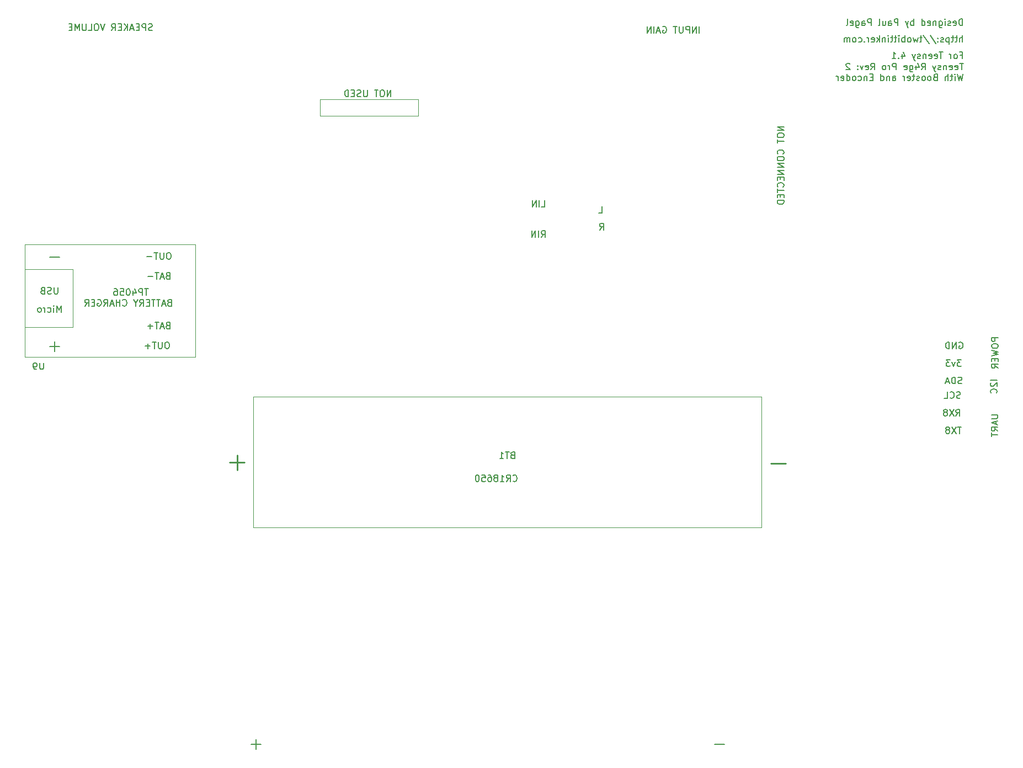
<source format=gbr>
G04 #@! TF.GenerationSoftware,KiCad,Pcbnew,5.1.9-73d0e3b20d~88~ubuntu20.04.1*
G04 #@! TF.CreationDate,2021-05-16T08:32:41-04:00*
G04 #@! TF.ProjectId,TeensyR4gePro-v2,5465656e-7379-4523-9467-6550726f2d76,1*
G04 #@! TF.SameCoordinates,Original*
G04 #@! TF.FileFunction,Legend,Bot*
G04 #@! TF.FilePolarity,Positive*
%FSLAX46Y46*%
G04 Gerber Fmt 4.6, Leading zero omitted, Abs format (unit mm)*
G04 Created by KiCad (PCBNEW 5.1.9-73d0e3b20d~88~ubuntu20.04.1) date 2021-05-16 08:32:41*
%MOMM*%
%LPD*%
G01*
G04 APERTURE LIST*
%ADD10C,0.150000*%
%ADD11C,0.120000*%
%ADD12C,0.250000*%
G04 APERTURE END LIST*
D10*
X83779928Y-69937880D02*
X83208500Y-69937880D01*
X83494214Y-70937880D02*
X83494214Y-69937880D01*
X82875166Y-70937880D02*
X82875166Y-69937880D01*
X82494214Y-69937880D01*
X82398976Y-69985500D01*
X82351357Y-70033119D01*
X82303738Y-70128357D01*
X82303738Y-70271214D01*
X82351357Y-70366452D01*
X82398976Y-70414071D01*
X82494214Y-70461690D01*
X82875166Y-70461690D01*
X81446595Y-70271214D02*
X81446595Y-70937880D01*
X81684690Y-69890261D02*
X81922785Y-70604547D01*
X81303738Y-70604547D01*
X80732309Y-69937880D02*
X80637071Y-69937880D01*
X80541833Y-69985500D01*
X80494214Y-70033119D01*
X80446595Y-70128357D01*
X80398976Y-70318833D01*
X80398976Y-70556928D01*
X80446595Y-70747404D01*
X80494214Y-70842642D01*
X80541833Y-70890261D01*
X80637071Y-70937880D01*
X80732309Y-70937880D01*
X80827547Y-70890261D01*
X80875166Y-70842642D01*
X80922785Y-70747404D01*
X80970404Y-70556928D01*
X80970404Y-70318833D01*
X80922785Y-70128357D01*
X80875166Y-70033119D01*
X80827547Y-69985500D01*
X80732309Y-69937880D01*
X79494214Y-69937880D02*
X79970404Y-69937880D01*
X80018023Y-70414071D01*
X79970404Y-70366452D01*
X79875166Y-70318833D01*
X79637071Y-70318833D01*
X79541833Y-70366452D01*
X79494214Y-70414071D01*
X79446595Y-70509309D01*
X79446595Y-70747404D01*
X79494214Y-70842642D01*
X79541833Y-70890261D01*
X79637071Y-70937880D01*
X79875166Y-70937880D01*
X79970404Y-70890261D01*
X80018023Y-70842642D01*
X78589452Y-69937880D02*
X78779928Y-69937880D01*
X78875166Y-69985500D01*
X78922785Y-70033119D01*
X79018023Y-70175976D01*
X79065642Y-70366452D01*
X79065642Y-70747404D01*
X79018023Y-70842642D01*
X78970404Y-70890261D01*
X78875166Y-70937880D01*
X78684690Y-70937880D01*
X78589452Y-70890261D01*
X78541833Y-70842642D01*
X78494214Y-70747404D01*
X78494214Y-70509309D01*
X78541833Y-70414071D01*
X78589452Y-70366452D01*
X78684690Y-70318833D01*
X78875166Y-70318833D01*
X78970404Y-70366452D01*
X79018023Y-70414071D01*
X79065642Y-70509309D01*
X86994214Y-72064071D02*
X86851357Y-72111690D01*
X86803738Y-72159309D01*
X86756119Y-72254547D01*
X86756119Y-72397404D01*
X86803738Y-72492642D01*
X86851357Y-72540261D01*
X86946595Y-72587880D01*
X87327547Y-72587880D01*
X87327547Y-71587880D01*
X86994214Y-71587880D01*
X86898976Y-71635500D01*
X86851357Y-71683119D01*
X86803738Y-71778357D01*
X86803738Y-71873595D01*
X86851357Y-71968833D01*
X86898976Y-72016452D01*
X86994214Y-72064071D01*
X87327547Y-72064071D01*
X86375166Y-72302166D02*
X85898976Y-72302166D01*
X86470404Y-72587880D02*
X86137071Y-71587880D01*
X85803738Y-72587880D01*
X85613261Y-71587880D02*
X85041833Y-71587880D01*
X85327547Y-72587880D02*
X85327547Y-71587880D01*
X84851357Y-71587880D02*
X84279928Y-71587880D01*
X84565642Y-72587880D02*
X84565642Y-71587880D01*
X83946595Y-72064071D02*
X83613261Y-72064071D01*
X83470404Y-72587880D02*
X83946595Y-72587880D01*
X83946595Y-71587880D01*
X83470404Y-71587880D01*
X82470404Y-72587880D02*
X82803738Y-72111690D01*
X83041833Y-72587880D02*
X83041833Y-71587880D01*
X82660880Y-71587880D01*
X82565642Y-71635500D01*
X82518023Y-71683119D01*
X82470404Y-71778357D01*
X82470404Y-71921214D01*
X82518023Y-72016452D01*
X82565642Y-72064071D01*
X82660880Y-72111690D01*
X83041833Y-72111690D01*
X81851357Y-72111690D02*
X81851357Y-72587880D01*
X82184690Y-71587880D02*
X81851357Y-72111690D01*
X81518023Y-71587880D01*
X79851357Y-72492642D02*
X79898976Y-72540261D01*
X80041833Y-72587880D01*
X80137071Y-72587880D01*
X80279928Y-72540261D01*
X80375166Y-72445023D01*
X80422785Y-72349785D01*
X80470404Y-72159309D01*
X80470404Y-72016452D01*
X80422785Y-71825976D01*
X80375166Y-71730738D01*
X80279928Y-71635500D01*
X80137071Y-71587880D01*
X80041833Y-71587880D01*
X79898976Y-71635500D01*
X79851357Y-71683119D01*
X79422785Y-72587880D02*
X79422785Y-71587880D01*
X79422785Y-72064071D02*
X78851357Y-72064071D01*
X78851357Y-72587880D02*
X78851357Y-71587880D01*
X78422785Y-72302166D02*
X77946595Y-72302166D01*
X78518023Y-72587880D02*
X78184690Y-71587880D01*
X77851357Y-72587880D01*
X76946595Y-72587880D02*
X77279928Y-72111690D01*
X77518023Y-72587880D02*
X77518023Y-71587880D01*
X77137071Y-71587880D01*
X77041833Y-71635500D01*
X76994214Y-71683119D01*
X76946595Y-71778357D01*
X76946595Y-71921214D01*
X76994214Y-72016452D01*
X77041833Y-72064071D01*
X77137071Y-72111690D01*
X77518023Y-72111690D01*
X75994214Y-71635500D02*
X76089452Y-71587880D01*
X76232309Y-71587880D01*
X76375166Y-71635500D01*
X76470404Y-71730738D01*
X76518023Y-71825976D01*
X76565642Y-72016452D01*
X76565642Y-72159309D01*
X76518023Y-72349785D01*
X76470404Y-72445023D01*
X76375166Y-72540261D01*
X76232309Y-72587880D01*
X76137071Y-72587880D01*
X75994214Y-72540261D01*
X75946595Y-72492642D01*
X75946595Y-72159309D01*
X76137071Y-72159309D01*
X75518023Y-72064071D02*
X75184690Y-72064071D01*
X75041833Y-72587880D02*
X75518023Y-72587880D01*
X75518023Y-71587880D01*
X75041833Y-71587880D01*
X74041833Y-72587880D02*
X74375166Y-72111690D01*
X74613261Y-72587880D02*
X74613261Y-71587880D01*
X74232309Y-71587880D01*
X74137071Y-71635500D01*
X74089452Y-71683119D01*
X74041833Y-71778357D01*
X74041833Y-71921214D01*
X74089452Y-72016452D01*
X74137071Y-72064071D01*
X74232309Y-72111690D01*
X74613261Y-72111690D01*
X181300380Y-45061928D02*
X180300380Y-45061928D01*
X181300380Y-45633357D01*
X180300380Y-45633357D01*
X180300380Y-46300023D02*
X180300380Y-46490500D01*
X180348000Y-46585738D01*
X180443238Y-46680976D01*
X180633714Y-46728595D01*
X180967047Y-46728595D01*
X181157523Y-46680976D01*
X181252761Y-46585738D01*
X181300380Y-46490500D01*
X181300380Y-46300023D01*
X181252761Y-46204785D01*
X181157523Y-46109547D01*
X180967047Y-46061928D01*
X180633714Y-46061928D01*
X180443238Y-46109547D01*
X180348000Y-46204785D01*
X180300380Y-46300023D01*
X180300380Y-47014309D02*
X180300380Y-47585738D01*
X181300380Y-47300023D02*
X180300380Y-47300023D01*
X181205142Y-49252404D02*
X181252761Y-49204785D01*
X181300380Y-49061928D01*
X181300380Y-48966690D01*
X181252761Y-48823833D01*
X181157523Y-48728595D01*
X181062285Y-48680976D01*
X180871809Y-48633357D01*
X180728952Y-48633357D01*
X180538476Y-48680976D01*
X180443238Y-48728595D01*
X180348000Y-48823833D01*
X180300380Y-48966690D01*
X180300380Y-49061928D01*
X180348000Y-49204785D01*
X180395619Y-49252404D01*
X180300380Y-49871452D02*
X180300380Y-50061928D01*
X180348000Y-50157166D01*
X180443238Y-50252404D01*
X180633714Y-50300023D01*
X180967047Y-50300023D01*
X181157523Y-50252404D01*
X181252761Y-50157166D01*
X181300380Y-50061928D01*
X181300380Y-49871452D01*
X181252761Y-49776214D01*
X181157523Y-49680976D01*
X180967047Y-49633357D01*
X180633714Y-49633357D01*
X180443238Y-49680976D01*
X180348000Y-49776214D01*
X180300380Y-49871452D01*
X181300380Y-50728595D02*
X180300380Y-50728595D01*
X181300380Y-51300023D01*
X180300380Y-51300023D01*
X181300380Y-51776214D02*
X180300380Y-51776214D01*
X181300380Y-52347642D01*
X180300380Y-52347642D01*
X180776571Y-52823833D02*
X180776571Y-53157166D01*
X181300380Y-53300023D02*
X181300380Y-52823833D01*
X180300380Y-52823833D01*
X180300380Y-53300023D01*
X181205142Y-54300023D02*
X181252761Y-54252404D01*
X181300380Y-54109547D01*
X181300380Y-54014309D01*
X181252761Y-53871452D01*
X181157523Y-53776214D01*
X181062285Y-53728595D01*
X180871809Y-53680976D01*
X180728952Y-53680976D01*
X180538476Y-53728595D01*
X180443238Y-53776214D01*
X180348000Y-53871452D01*
X180300380Y-54014309D01*
X180300380Y-54109547D01*
X180348000Y-54252404D01*
X180395619Y-54300023D01*
X180300380Y-54585738D02*
X180300380Y-55157166D01*
X181300380Y-54871452D02*
X180300380Y-54871452D01*
X180776571Y-55490500D02*
X180776571Y-55823833D01*
X181300380Y-55966690D02*
X181300380Y-55490500D01*
X180300380Y-55490500D01*
X180300380Y-55966690D01*
X181300380Y-56395261D02*
X180300380Y-56395261D01*
X180300380Y-56633357D01*
X180348000Y-56776214D01*
X180443238Y-56871452D01*
X180538476Y-56919071D01*
X180728952Y-56966690D01*
X180871809Y-56966690D01*
X181062285Y-56919071D01*
X181157523Y-56871452D01*
X181252761Y-56776214D01*
X181300380Y-56633357D01*
X181300380Y-56395261D01*
X153042976Y-60904380D02*
X153376309Y-60428190D01*
X153614404Y-60904380D02*
X153614404Y-59904380D01*
X153233452Y-59904380D01*
X153138214Y-59952000D01*
X153090595Y-59999619D01*
X153042976Y-60094857D01*
X153042976Y-60237714D01*
X153090595Y-60332952D01*
X153138214Y-60380571D01*
X153233452Y-60428190D01*
X153614404Y-60428190D01*
X152915976Y-58300880D02*
X153392166Y-58300880D01*
X153392166Y-57300880D01*
X144089380Y-62047380D02*
X144422714Y-61571190D01*
X144660809Y-62047380D02*
X144660809Y-61047380D01*
X144279857Y-61047380D01*
X144184619Y-61095000D01*
X144137000Y-61142619D01*
X144089380Y-61237857D01*
X144089380Y-61380714D01*
X144137000Y-61475952D01*
X144184619Y-61523571D01*
X144279857Y-61571190D01*
X144660809Y-61571190D01*
X143660809Y-62047380D02*
X143660809Y-61047380D01*
X143184619Y-62047380D02*
X143184619Y-61047380D01*
X142613190Y-62047380D01*
X142613190Y-61047380D01*
X144089380Y-57348380D02*
X144565571Y-57348380D01*
X144565571Y-56348380D01*
X143756047Y-57348380D02*
X143756047Y-56348380D01*
X143279857Y-57348380D02*
X143279857Y-56348380D01*
X142708428Y-57348380D01*
X142708428Y-56348380D01*
X120998809Y-40457380D02*
X120998809Y-39457380D01*
X120427380Y-40457380D01*
X120427380Y-39457380D01*
X119760714Y-39457380D02*
X119570238Y-39457380D01*
X119475000Y-39505000D01*
X119379761Y-39600238D01*
X119332142Y-39790714D01*
X119332142Y-40124047D01*
X119379761Y-40314523D01*
X119475000Y-40409761D01*
X119570238Y-40457380D01*
X119760714Y-40457380D01*
X119855952Y-40409761D01*
X119951190Y-40314523D01*
X119998809Y-40124047D01*
X119998809Y-39790714D01*
X119951190Y-39600238D01*
X119855952Y-39505000D01*
X119760714Y-39457380D01*
X119046428Y-39457380D02*
X118475000Y-39457380D01*
X118760714Y-40457380D02*
X118760714Y-39457380D01*
X117379761Y-39457380D02*
X117379761Y-40266904D01*
X117332142Y-40362142D01*
X117284523Y-40409761D01*
X117189285Y-40457380D01*
X116998809Y-40457380D01*
X116903571Y-40409761D01*
X116855952Y-40362142D01*
X116808333Y-40266904D01*
X116808333Y-39457380D01*
X116379761Y-40409761D02*
X116236904Y-40457380D01*
X115998809Y-40457380D01*
X115903571Y-40409761D01*
X115855952Y-40362142D01*
X115808333Y-40266904D01*
X115808333Y-40171666D01*
X115855952Y-40076428D01*
X115903571Y-40028809D01*
X115998809Y-39981190D01*
X116189285Y-39933571D01*
X116284523Y-39885952D01*
X116332142Y-39838333D01*
X116379761Y-39743095D01*
X116379761Y-39647857D01*
X116332142Y-39552619D01*
X116284523Y-39505000D01*
X116189285Y-39457380D01*
X115951190Y-39457380D01*
X115808333Y-39505000D01*
X115379761Y-39933571D02*
X115046428Y-39933571D01*
X114903571Y-40457380D02*
X115379761Y-40457380D01*
X115379761Y-39457380D01*
X114903571Y-39457380D01*
X114475000Y-40457380D02*
X114475000Y-39457380D01*
X114236904Y-39457380D01*
X114094047Y-39505000D01*
X113998809Y-39600238D01*
X113951190Y-39695476D01*
X113903571Y-39885952D01*
X113903571Y-40028809D01*
X113951190Y-40219285D01*
X113998809Y-40314523D01*
X114094047Y-40409761D01*
X114236904Y-40457380D01*
X114475000Y-40457380D01*
D11*
X110109000Y-43434000D02*
X110109000Y-40894000D01*
X125222000Y-43434000D02*
X110109000Y-43434000D01*
X125222000Y-40894000D02*
X125222000Y-43434000D01*
X110109000Y-40894000D02*
X125222000Y-40894000D01*
D10*
X168338000Y-30678380D02*
X168338000Y-29678380D01*
X167861809Y-30678380D02*
X167861809Y-29678380D01*
X167290380Y-30678380D01*
X167290380Y-29678380D01*
X166814190Y-30678380D02*
X166814190Y-29678380D01*
X166433238Y-29678380D01*
X166338000Y-29726000D01*
X166290380Y-29773619D01*
X166242761Y-29868857D01*
X166242761Y-30011714D01*
X166290380Y-30106952D01*
X166338000Y-30154571D01*
X166433238Y-30202190D01*
X166814190Y-30202190D01*
X165814190Y-29678380D02*
X165814190Y-30487904D01*
X165766571Y-30583142D01*
X165718952Y-30630761D01*
X165623714Y-30678380D01*
X165433238Y-30678380D01*
X165338000Y-30630761D01*
X165290380Y-30583142D01*
X165242761Y-30487904D01*
X165242761Y-29678380D01*
X164909428Y-29678380D02*
X164338000Y-29678380D01*
X164623714Y-30678380D02*
X164623714Y-29678380D01*
X162718952Y-29726000D02*
X162814190Y-29678380D01*
X162957047Y-29678380D01*
X163099904Y-29726000D01*
X163195142Y-29821238D01*
X163242761Y-29916476D01*
X163290380Y-30106952D01*
X163290380Y-30249809D01*
X163242761Y-30440285D01*
X163195142Y-30535523D01*
X163099904Y-30630761D01*
X162957047Y-30678380D01*
X162861809Y-30678380D01*
X162718952Y-30630761D01*
X162671333Y-30583142D01*
X162671333Y-30249809D01*
X162861809Y-30249809D01*
X162290380Y-30392666D02*
X161814190Y-30392666D01*
X162385619Y-30678380D02*
X162052285Y-29678380D01*
X161718952Y-30678380D01*
X161385619Y-30678380D02*
X161385619Y-29678380D01*
X160909428Y-30678380D02*
X160909428Y-29678380D01*
X160338000Y-30678380D01*
X160338000Y-29678380D01*
X84382761Y-30249761D02*
X84239904Y-30297380D01*
X84001809Y-30297380D01*
X83906571Y-30249761D01*
X83858952Y-30202142D01*
X83811333Y-30106904D01*
X83811333Y-30011666D01*
X83858952Y-29916428D01*
X83906571Y-29868809D01*
X84001809Y-29821190D01*
X84192285Y-29773571D01*
X84287523Y-29725952D01*
X84335142Y-29678333D01*
X84382761Y-29583095D01*
X84382761Y-29487857D01*
X84335142Y-29392619D01*
X84287523Y-29345000D01*
X84192285Y-29297380D01*
X83954190Y-29297380D01*
X83811333Y-29345000D01*
X83382761Y-30297380D02*
X83382761Y-29297380D01*
X83001809Y-29297380D01*
X82906571Y-29345000D01*
X82858952Y-29392619D01*
X82811333Y-29487857D01*
X82811333Y-29630714D01*
X82858952Y-29725952D01*
X82906571Y-29773571D01*
X83001809Y-29821190D01*
X83382761Y-29821190D01*
X82382761Y-29773571D02*
X82049428Y-29773571D01*
X81906571Y-30297380D02*
X82382761Y-30297380D01*
X82382761Y-29297380D01*
X81906571Y-29297380D01*
X81525619Y-30011666D02*
X81049428Y-30011666D01*
X81620857Y-30297380D02*
X81287523Y-29297380D01*
X80954190Y-30297380D01*
X80620857Y-30297380D02*
X80620857Y-29297380D01*
X80049428Y-30297380D02*
X80478000Y-29725952D01*
X80049428Y-29297380D02*
X80620857Y-29868809D01*
X79620857Y-29773571D02*
X79287523Y-29773571D01*
X79144666Y-30297380D02*
X79620857Y-30297380D01*
X79620857Y-29297380D01*
X79144666Y-29297380D01*
X78144666Y-30297380D02*
X78478000Y-29821190D01*
X78716095Y-30297380D02*
X78716095Y-29297380D01*
X78335142Y-29297380D01*
X78239904Y-29345000D01*
X78192285Y-29392619D01*
X78144666Y-29487857D01*
X78144666Y-29630714D01*
X78192285Y-29725952D01*
X78239904Y-29773571D01*
X78335142Y-29821190D01*
X78716095Y-29821190D01*
X77097047Y-29297380D02*
X76763714Y-30297380D01*
X76430380Y-29297380D01*
X75906571Y-29297380D02*
X75716095Y-29297380D01*
X75620857Y-29345000D01*
X75525619Y-29440238D01*
X75478000Y-29630714D01*
X75478000Y-29964047D01*
X75525619Y-30154523D01*
X75620857Y-30249761D01*
X75716095Y-30297380D01*
X75906571Y-30297380D01*
X76001809Y-30249761D01*
X76097047Y-30154523D01*
X76144666Y-29964047D01*
X76144666Y-29630714D01*
X76097047Y-29440238D01*
X76001809Y-29345000D01*
X75906571Y-29297380D01*
X74573238Y-30297380D02*
X75049428Y-30297380D01*
X75049428Y-29297380D01*
X74239904Y-29297380D02*
X74239904Y-30106904D01*
X74192285Y-30202142D01*
X74144666Y-30249761D01*
X74049428Y-30297380D01*
X73858952Y-30297380D01*
X73763714Y-30249761D01*
X73716095Y-30202142D01*
X73668476Y-30106904D01*
X73668476Y-29297380D01*
X73192285Y-30297380D02*
X73192285Y-29297380D01*
X72858952Y-30011666D01*
X72525619Y-29297380D01*
X72525619Y-30297380D01*
X72049428Y-29773571D02*
X71716095Y-29773571D01*
X71573238Y-30297380D02*
X72049428Y-30297380D01*
X72049428Y-29297380D01*
X71573238Y-29297380D01*
X214167980Y-77446476D02*
X213167980Y-77446476D01*
X213167980Y-77827428D01*
X213215600Y-77922666D01*
X213263219Y-77970285D01*
X213358457Y-78017904D01*
X213501314Y-78017904D01*
X213596552Y-77970285D01*
X213644171Y-77922666D01*
X213691790Y-77827428D01*
X213691790Y-77446476D01*
X213167980Y-78636952D02*
X213167980Y-78827428D01*
X213215600Y-78922666D01*
X213310838Y-79017904D01*
X213501314Y-79065523D01*
X213834647Y-79065523D01*
X214025123Y-79017904D01*
X214120361Y-78922666D01*
X214167980Y-78827428D01*
X214167980Y-78636952D01*
X214120361Y-78541714D01*
X214025123Y-78446476D01*
X213834647Y-78398857D01*
X213501314Y-78398857D01*
X213310838Y-78446476D01*
X213215600Y-78541714D01*
X213167980Y-78636952D01*
X213167980Y-79398857D02*
X214167980Y-79636952D01*
X213453695Y-79827428D01*
X214167980Y-80017904D01*
X213167980Y-80256000D01*
X213644171Y-80636952D02*
X213644171Y-80970285D01*
X214167980Y-81113142D02*
X214167980Y-80636952D01*
X213167980Y-80636952D01*
X213167980Y-81113142D01*
X214167980Y-82113142D02*
X213691790Y-81779809D01*
X214167980Y-81541714D02*
X213167980Y-81541714D01*
X213167980Y-81922666D01*
X213215600Y-82017904D01*
X213263219Y-82065523D01*
X213358457Y-82113142D01*
X213501314Y-82113142D01*
X213596552Y-82065523D01*
X213644171Y-82017904D01*
X213691790Y-81922666D01*
X213691790Y-81541714D01*
X208849261Y-35330380D02*
X208277833Y-35330380D01*
X208563547Y-36330380D02*
X208563547Y-35330380D01*
X207563547Y-36282761D02*
X207658785Y-36330380D01*
X207849261Y-36330380D01*
X207944500Y-36282761D01*
X207992119Y-36187523D01*
X207992119Y-35806571D01*
X207944500Y-35711333D01*
X207849261Y-35663714D01*
X207658785Y-35663714D01*
X207563547Y-35711333D01*
X207515928Y-35806571D01*
X207515928Y-35901809D01*
X207992119Y-35997047D01*
X206706404Y-36282761D02*
X206801642Y-36330380D01*
X206992119Y-36330380D01*
X207087357Y-36282761D01*
X207134976Y-36187523D01*
X207134976Y-35806571D01*
X207087357Y-35711333D01*
X206992119Y-35663714D01*
X206801642Y-35663714D01*
X206706404Y-35711333D01*
X206658785Y-35806571D01*
X206658785Y-35901809D01*
X207134976Y-35997047D01*
X206230214Y-35663714D02*
X206230214Y-36330380D01*
X206230214Y-35758952D02*
X206182595Y-35711333D01*
X206087357Y-35663714D01*
X205944500Y-35663714D01*
X205849261Y-35711333D01*
X205801642Y-35806571D01*
X205801642Y-36330380D01*
X205373071Y-36282761D02*
X205277833Y-36330380D01*
X205087357Y-36330380D01*
X204992119Y-36282761D01*
X204944500Y-36187523D01*
X204944500Y-36139904D01*
X204992119Y-36044666D01*
X205087357Y-35997047D01*
X205230214Y-35997047D01*
X205325452Y-35949428D01*
X205373071Y-35854190D01*
X205373071Y-35806571D01*
X205325452Y-35711333D01*
X205230214Y-35663714D01*
X205087357Y-35663714D01*
X204992119Y-35711333D01*
X204611166Y-35663714D02*
X204373071Y-36330380D01*
X204134976Y-35663714D02*
X204373071Y-36330380D01*
X204468309Y-36568476D01*
X204515928Y-36616095D01*
X204611166Y-36663714D01*
X202420690Y-36330380D02*
X202754023Y-35854190D01*
X202992119Y-36330380D02*
X202992119Y-35330380D01*
X202611166Y-35330380D01*
X202515928Y-35378000D01*
X202468309Y-35425619D01*
X202420690Y-35520857D01*
X202420690Y-35663714D01*
X202468309Y-35758952D01*
X202515928Y-35806571D01*
X202611166Y-35854190D01*
X202992119Y-35854190D01*
X201563547Y-35663714D02*
X201563547Y-36330380D01*
X201801642Y-35282761D02*
X202039738Y-35997047D01*
X201420690Y-35997047D01*
X200611166Y-35663714D02*
X200611166Y-36473238D01*
X200658785Y-36568476D01*
X200706404Y-36616095D01*
X200801642Y-36663714D01*
X200944500Y-36663714D01*
X201039738Y-36616095D01*
X200611166Y-36282761D02*
X200706404Y-36330380D01*
X200896880Y-36330380D01*
X200992119Y-36282761D01*
X201039738Y-36235142D01*
X201087357Y-36139904D01*
X201087357Y-35854190D01*
X201039738Y-35758952D01*
X200992119Y-35711333D01*
X200896880Y-35663714D01*
X200706404Y-35663714D01*
X200611166Y-35711333D01*
X199754023Y-36282761D02*
X199849261Y-36330380D01*
X200039738Y-36330380D01*
X200134976Y-36282761D01*
X200182595Y-36187523D01*
X200182595Y-35806571D01*
X200134976Y-35711333D01*
X200039738Y-35663714D01*
X199849261Y-35663714D01*
X199754023Y-35711333D01*
X199706404Y-35806571D01*
X199706404Y-35901809D01*
X200182595Y-35997047D01*
X198515928Y-36330380D02*
X198515928Y-35330380D01*
X198134976Y-35330380D01*
X198039738Y-35378000D01*
X197992119Y-35425619D01*
X197944500Y-35520857D01*
X197944500Y-35663714D01*
X197992119Y-35758952D01*
X198039738Y-35806571D01*
X198134976Y-35854190D01*
X198515928Y-35854190D01*
X197515928Y-36330380D02*
X197515928Y-35663714D01*
X197515928Y-35854190D02*
X197468309Y-35758952D01*
X197420690Y-35711333D01*
X197325452Y-35663714D01*
X197230214Y-35663714D01*
X196754023Y-36330380D02*
X196849261Y-36282761D01*
X196896880Y-36235142D01*
X196944500Y-36139904D01*
X196944500Y-35854190D01*
X196896880Y-35758952D01*
X196849261Y-35711333D01*
X196754023Y-35663714D01*
X196611166Y-35663714D01*
X196515928Y-35711333D01*
X196468309Y-35758952D01*
X196420690Y-35854190D01*
X196420690Y-36139904D01*
X196468309Y-36235142D01*
X196515928Y-36282761D01*
X196611166Y-36330380D01*
X196754023Y-36330380D01*
X194658785Y-36330380D02*
X194992119Y-35854190D01*
X195230214Y-36330380D02*
X195230214Y-35330380D01*
X194849261Y-35330380D01*
X194754023Y-35378000D01*
X194706404Y-35425619D01*
X194658785Y-35520857D01*
X194658785Y-35663714D01*
X194706404Y-35758952D01*
X194754023Y-35806571D01*
X194849261Y-35854190D01*
X195230214Y-35854190D01*
X193849261Y-36282761D02*
X193944500Y-36330380D01*
X194134976Y-36330380D01*
X194230214Y-36282761D01*
X194277833Y-36187523D01*
X194277833Y-35806571D01*
X194230214Y-35711333D01*
X194134976Y-35663714D01*
X193944500Y-35663714D01*
X193849261Y-35711333D01*
X193801642Y-35806571D01*
X193801642Y-35901809D01*
X194277833Y-35997047D01*
X193468309Y-35663714D02*
X193230214Y-36330380D01*
X192992119Y-35663714D01*
X192611166Y-36235142D02*
X192563547Y-36282761D01*
X192611166Y-36330380D01*
X192658785Y-36282761D01*
X192611166Y-36235142D01*
X192611166Y-36330380D01*
X192611166Y-35711333D02*
X192563547Y-35758952D01*
X192611166Y-35806571D01*
X192658785Y-35758952D01*
X192611166Y-35711333D01*
X192611166Y-35806571D01*
X191420690Y-35425619D02*
X191373071Y-35378000D01*
X191277833Y-35330380D01*
X191039738Y-35330380D01*
X190944500Y-35378000D01*
X190896880Y-35425619D01*
X190849261Y-35520857D01*
X190849261Y-35616095D01*
X190896880Y-35758952D01*
X191468309Y-36330380D01*
X190849261Y-36330380D01*
X208801642Y-36980380D02*
X208563547Y-37980380D01*
X208373071Y-37266095D01*
X208182595Y-37980380D01*
X207944500Y-36980380D01*
X207563547Y-37980380D02*
X207563547Y-37313714D01*
X207563547Y-36980380D02*
X207611166Y-37028000D01*
X207563547Y-37075619D01*
X207515928Y-37028000D01*
X207563547Y-36980380D01*
X207563547Y-37075619D01*
X207230214Y-37313714D02*
X206849261Y-37313714D01*
X207087357Y-36980380D02*
X207087357Y-37837523D01*
X207039738Y-37932761D01*
X206944500Y-37980380D01*
X206849261Y-37980380D01*
X206515928Y-37980380D02*
X206515928Y-36980380D01*
X206087357Y-37980380D02*
X206087357Y-37456571D01*
X206134976Y-37361333D01*
X206230214Y-37313714D01*
X206373071Y-37313714D01*
X206468309Y-37361333D01*
X206515928Y-37408952D01*
X204515928Y-37456571D02*
X204373071Y-37504190D01*
X204325452Y-37551809D01*
X204277833Y-37647047D01*
X204277833Y-37789904D01*
X204325452Y-37885142D01*
X204373071Y-37932761D01*
X204468309Y-37980380D01*
X204849261Y-37980380D01*
X204849261Y-36980380D01*
X204515928Y-36980380D01*
X204420690Y-37028000D01*
X204373071Y-37075619D01*
X204325452Y-37170857D01*
X204325452Y-37266095D01*
X204373071Y-37361333D01*
X204420690Y-37408952D01*
X204515928Y-37456571D01*
X204849261Y-37456571D01*
X203706404Y-37980380D02*
X203801642Y-37932761D01*
X203849261Y-37885142D01*
X203896880Y-37789904D01*
X203896880Y-37504190D01*
X203849261Y-37408952D01*
X203801642Y-37361333D01*
X203706404Y-37313714D01*
X203563547Y-37313714D01*
X203468309Y-37361333D01*
X203420690Y-37408952D01*
X203373071Y-37504190D01*
X203373071Y-37789904D01*
X203420690Y-37885142D01*
X203468309Y-37932761D01*
X203563547Y-37980380D01*
X203706404Y-37980380D01*
X202801642Y-37980380D02*
X202896880Y-37932761D01*
X202944500Y-37885142D01*
X202992119Y-37789904D01*
X202992119Y-37504190D01*
X202944500Y-37408952D01*
X202896880Y-37361333D01*
X202801642Y-37313714D01*
X202658785Y-37313714D01*
X202563547Y-37361333D01*
X202515928Y-37408952D01*
X202468309Y-37504190D01*
X202468309Y-37789904D01*
X202515928Y-37885142D01*
X202563547Y-37932761D01*
X202658785Y-37980380D01*
X202801642Y-37980380D01*
X202087357Y-37932761D02*
X201992119Y-37980380D01*
X201801642Y-37980380D01*
X201706404Y-37932761D01*
X201658785Y-37837523D01*
X201658785Y-37789904D01*
X201706404Y-37694666D01*
X201801642Y-37647047D01*
X201944500Y-37647047D01*
X202039738Y-37599428D01*
X202087357Y-37504190D01*
X202087357Y-37456571D01*
X202039738Y-37361333D01*
X201944500Y-37313714D01*
X201801642Y-37313714D01*
X201706404Y-37361333D01*
X201373071Y-37313714D02*
X200992119Y-37313714D01*
X201230214Y-36980380D02*
X201230214Y-37837523D01*
X201182595Y-37932761D01*
X201087357Y-37980380D01*
X200992119Y-37980380D01*
X200277833Y-37932761D02*
X200373071Y-37980380D01*
X200563547Y-37980380D01*
X200658785Y-37932761D01*
X200706404Y-37837523D01*
X200706404Y-37456571D01*
X200658785Y-37361333D01*
X200563547Y-37313714D01*
X200373071Y-37313714D01*
X200277833Y-37361333D01*
X200230214Y-37456571D01*
X200230214Y-37551809D01*
X200706404Y-37647047D01*
X199801642Y-37980380D02*
X199801642Y-37313714D01*
X199801642Y-37504190D02*
X199754023Y-37408952D01*
X199706404Y-37361333D01*
X199611166Y-37313714D01*
X199515928Y-37313714D01*
X197992119Y-37980380D02*
X197992119Y-37456571D01*
X198039738Y-37361333D01*
X198134976Y-37313714D01*
X198325452Y-37313714D01*
X198420690Y-37361333D01*
X197992119Y-37932761D02*
X198087357Y-37980380D01*
X198325452Y-37980380D01*
X198420690Y-37932761D01*
X198468309Y-37837523D01*
X198468309Y-37742285D01*
X198420690Y-37647047D01*
X198325452Y-37599428D01*
X198087357Y-37599428D01*
X197992119Y-37551809D01*
X197515928Y-37313714D02*
X197515928Y-37980380D01*
X197515928Y-37408952D02*
X197468309Y-37361333D01*
X197373071Y-37313714D01*
X197230214Y-37313714D01*
X197134976Y-37361333D01*
X197087357Y-37456571D01*
X197087357Y-37980380D01*
X196182595Y-37980380D02*
X196182595Y-36980380D01*
X196182595Y-37932761D02*
X196277833Y-37980380D01*
X196468309Y-37980380D01*
X196563547Y-37932761D01*
X196611166Y-37885142D01*
X196658785Y-37789904D01*
X196658785Y-37504190D01*
X196611166Y-37408952D01*
X196563547Y-37361333D01*
X196468309Y-37313714D01*
X196277833Y-37313714D01*
X196182595Y-37361333D01*
X194944500Y-37456571D02*
X194611166Y-37456571D01*
X194468309Y-37980380D02*
X194944500Y-37980380D01*
X194944500Y-36980380D01*
X194468309Y-36980380D01*
X194039738Y-37313714D02*
X194039738Y-37980380D01*
X194039738Y-37408952D02*
X193992119Y-37361333D01*
X193896880Y-37313714D01*
X193754023Y-37313714D01*
X193658785Y-37361333D01*
X193611166Y-37456571D01*
X193611166Y-37980380D01*
X192706404Y-37932761D02*
X192801642Y-37980380D01*
X192992119Y-37980380D01*
X193087357Y-37932761D01*
X193134976Y-37885142D01*
X193182595Y-37789904D01*
X193182595Y-37504190D01*
X193134976Y-37408952D01*
X193087357Y-37361333D01*
X192992119Y-37313714D01*
X192801642Y-37313714D01*
X192706404Y-37361333D01*
X192134976Y-37980380D02*
X192230214Y-37932761D01*
X192277833Y-37885142D01*
X192325452Y-37789904D01*
X192325452Y-37504190D01*
X192277833Y-37408952D01*
X192230214Y-37361333D01*
X192134976Y-37313714D01*
X191992119Y-37313714D01*
X191896880Y-37361333D01*
X191849261Y-37408952D01*
X191801642Y-37504190D01*
X191801642Y-37789904D01*
X191849261Y-37885142D01*
X191896880Y-37932761D01*
X191992119Y-37980380D01*
X192134976Y-37980380D01*
X190944500Y-37980380D02*
X190944500Y-36980380D01*
X190944500Y-37932761D02*
X191039738Y-37980380D01*
X191230214Y-37980380D01*
X191325452Y-37932761D01*
X191373071Y-37885142D01*
X191420690Y-37789904D01*
X191420690Y-37504190D01*
X191373071Y-37408952D01*
X191325452Y-37361333D01*
X191230214Y-37313714D01*
X191039738Y-37313714D01*
X190944500Y-37361333D01*
X190087357Y-37932761D02*
X190182595Y-37980380D01*
X190373071Y-37980380D01*
X190468309Y-37932761D01*
X190515928Y-37837523D01*
X190515928Y-37456571D01*
X190468309Y-37361333D01*
X190373071Y-37313714D01*
X190182595Y-37313714D01*
X190087357Y-37361333D01*
X190039738Y-37456571D01*
X190039738Y-37551809D01*
X190515928Y-37647047D01*
X189611166Y-37980380D02*
X189611166Y-37313714D01*
X189611166Y-37504190D02*
X189563547Y-37408952D01*
X189515928Y-37361333D01*
X189420690Y-37313714D01*
X189325452Y-37313714D01*
X213142580Y-89285961D02*
X213952104Y-89285961D01*
X214047342Y-89333580D01*
X214094961Y-89381200D01*
X214142580Y-89476438D01*
X214142580Y-89666914D01*
X214094961Y-89762152D01*
X214047342Y-89809771D01*
X213952104Y-89857390D01*
X213142580Y-89857390D01*
X213856866Y-90285961D02*
X213856866Y-90762152D01*
X214142580Y-90190723D02*
X213142580Y-90524057D01*
X214142580Y-90857390D01*
X214142580Y-91762152D02*
X213666390Y-91428819D01*
X214142580Y-91190723D02*
X213142580Y-91190723D01*
X213142580Y-91571676D01*
X213190200Y-91666914D01*
X213237819Y-91714533D01*
X213333057Y-91762152D01*
X213475914Y-91762152D01*
X213571152Y-91714533D01*
X213618771Y-91666914D01*
X213666390Y-91571676D01*
X213666390Y-91190723D01*
X213142580Y-92047866D02*
X213142580Y-92619295D01*
X214142580Y-92333580D02*
X213142580Y-92333580D01*
X214015580Y-83936009D02*
X213015580Y-83936009D01*
X213110819Y-84364580D02*
X213063200Y-84412200D01*
X213015580Y-84507438D01*
X213015580Y-84745533D01*
X213063200Y-84840771D01*
X213110819Y-84888390D01*
X213206057Y-84936009D01*
X213301295Y-84936009D01*
X213444152Y-84888390D01*
X214015580Y-84316961D01*
X214015580Y-84936009D01*
X213920342Y-85936009D02*
X213967961Y-85888390D01*
X214015580Y-85745533D01*
X214015580Y-85650295D01*
X213967961Y-85507438D01*
X213872723Y-85412200D01*
X213777485Y-85364580D01*
X213587009Y-85316961D01*
X213444152Y-85316961D01*
X213253676Y-85364580D01*
X213158438Y-85412200D01*
X213063200Y-85507438D01*
X213015580Y-85650295D01*
X213015580Y-85745533D01*
X213063200Y-85888390D01*
X213110819Y-85936009D01*
X208605285Y-84453361D02*
X208462428Y-84500980D01*
X208224333Y-84500980D01*
X208129095Y-84453361D01*
X208081476Y-84405742D01*
X208033857Y-84310504D01*
X208033857Y-84215266D01*
X208081476Y-84120028D01*
X208129095Y-84072409D01*
X208224333Y-84024790D01*
X208414809Y-83977171D01*
X208510047Y-83929552D01*
X208557666Y-83881933D01*
X208605285Y-83786695D01*
X208605285Y-83691457D01*
X208557666Y-83596219D01*
X208510047Y-83548600D01*
X208414809Y-83500980D01*
X208176714Y-83500980D01*
X208033857Y-83548600D01*
X207605285Y-84500980D02*
X207605285Y-83500980D01*
X207367190Y-83500980D01*
X207224333Y-83548600D01*
X207129095Y-83643838D01*
X207081476Y-83739076D01*
X207033857Y-83929552D01*
X207033857Y-84072409D01*
X207081476Y-84262885D01*
X207129095Y-84358123D01*
X207224333Y-84453361D01*
X207367190Y-84500980D01*
X207605285Y-84500980D01*
X206652904Y-84215266D02*
X206176714Y-84215266D01*
X206748142Y-84500980D02*
X206414809Y-83500980D01*
X206081476Y-84500980D01*
X208378276Y-86713961D02*
X208235419Y-86761580D01*
X207997323Y-86761580D01*
X207902085Y-86713961D01*
X207854466Y-86666342D01*
X207806847Y-86571104D01*
X207806847Y-86475866D01*
X207854466Y-86380628D01*
X207902085Y-86333009D01*
X207997323Y-86285390D01*
X208187800Y-86237771D01*
X208283038Y-86190152D01*
X208330657Y-86142533D01*
X208378276Y-86047295D01*
X208378276Y-85952057D01*
X208330657Y-85856819D01*
X208283038Y-85809200D01*
X208187800Y-85761580D01*
X207949704Y-85761580D01*
X207806847Y-85809200D01*
X206806847Y-86666342D02*
X206854466Y-86713961D01*
X206997323Y-86761580D01*
X207092561Y-86761580D01*
X207235419Y-86713961D01*
X207330657Y-86618723D01*
X207378276Y-86523485D01*
X207425895Y-86333009D01*
X207425895Y-86190152D01*
X207378276Y-85999676D01*
X207330657Y-85904438D01*
X207235419Y-85809200D01*
X207092561Y-85761580D01*
X206997323Y-85761580D01*
X206854466Y-85809200D01*
X206806847Y-85856819D01*
X205902085Y-86761580D02*
X206378276Y-86761580D01*
X206378276Y-85761580D01*
X208203704Y-78189200D02*
X208298942Y-78141580D01*
X208441800Y-78141580D01*
X208584657Y-78189200D01*
X208679895Y-78284438D01*
X208727514Y-78379676D01*
X208775133Y-78570152D01*
X208775133Y-78713009D01*
X208727514Y-78903485D01*
X208679895Y-78998723D01*
X208584657Y-79093961D01*
X208441800Y-79141580D01*
X208346561Y-79141580D01*
X208203704Y-79093961D01*
X208156085Y-79046342D01*
X208156085Y-78713009D01*
X208346561Y-78713009D01*
X207727514Y-79141580D02*
X207727514Y-78141580D01*
X207156085Y-79141580D01*
X207156085Y-78141580D01*
X206679895Y-79141580D02*
X206679895Y-78141580D01*
X206441800Y-78141580D01*
X206298942Y-78189200D01*
X206203704Y-78284438D01*
X206156085Y-78379676D01*
X206108466Y-78570152D01*
X206108466Y-78713009D01*
X206156085Y-78903485D01*
X206203704Y-78998723D01*
X206298942Y-79093961D01*
X206441800Y-79141580D01*
X206679895Y-79141580D01*
X208530676Y-80833980D02*
X207911628Y-80833980D01*
X208244961Y-81214933D01*
X208102104Y-81214933D01*
X208006866Y-81262552D01*
X207959247Y-81310171D01*
X207911628Y-81405409D01*
X207911628Y-81643504D01*
X207959247Y-81738742D01*
X208006866Y-81786361D01*
X208102104Y-81833980D01*
X208387819Y-81833980D01*
X208483057Y-81786361D01*
X208530676Y-81738742D01*
X207578295Y-81167314D02*
X207340200Y-81833980D01*
X207102104Y-81167314D01*
X206816390Y-80833980D02*
X206197342Y-80833980D01*
X206530676Y-81214933D01*
X206387819Y-81214933D01*
X206292580Y-81262552D01*
X206244961Y-81310171D01*
X206197342Y-81405409D01*
X206197342Y-81643504D01*
X206244961Y-81738742D01*
X206292580Y-81786361D01*
X206387819Y-81833980D01*
X206673533Y-81833980D01*
X206768771Y-81786361D01*
X206816390Y-81738742D01*
X208527495Y-91146380D02*
X207956066Y-91146380D01*
X208241780Y-92146380D02*
X208241780Y-91146380D01*
X207717971Y-91146380D02*
X207051304Y-92146380D01*
X207051304Y-91146380D02*
X207717971Y-92146380D01*
X206527495Y-91574952D02*
X206622733Y-91527333D01*
X206670352Y-91479714D01*
X206717971Y-91384476D01*
X206717971Y-91336857D01*
X206670352Y-91241619D01*
X206622733Y-91194000D01*
X206527495Y-91146380D01*
X206337019Y-91146380D01*
X206241780Y-91194000D01*
X206194161Y-91241619D01*
X206146542Y-91336857D01*
X206146542Y-91384476D01*
X206194161Y-91479714D01*
X206241780Y-91527333D01*
X206337019Y-91574952D01*
X206527495Y-91574952D01*
X206622733Y-91622571D01*
X206670352Y-91670190D01*
X206717971Y-91765428D01*
X206717971Y-91955904D01*
X206670352Y-92051142D01*
X206622733Y-92098761D01*
X206527495Y-92146380D01*
X206337019Y-92146380D01*
X206241780Y-92098761D01*
X206194161Y-92051142D01*
X206146542Y-91955904D01*
X206146542Y-91765428D01*
X206194161Y-91670190D01*
X206241780Y-91622571D01*
X206337019Y-91574952D01*
X207703657Y-89453980D02*
X208036990Y-88977790D01*
X208275085Y-89453980D02*
X208275085Y-88453980D01*
X207894133Y-88453980D01*
X207798895Y-88501600D01*
X207751276Y-88549219D01*
X207703657Y-88644457D01*
X207703657Y-88787314D01*
X207751276Y-88882552D01*
X207798895Y-88930171D01*
X207894133Y-88977790D01*
X208275085Y-88977790D01*
X207370323Y-88453980D02*
X206703657Y-89453980D01*
X206703657Y-88453980D02*
X207370323Y-89453980D01*
X206179847Y-88882552D02*
X206275085Y-88834933D01*
X206322704Y-88787314D01*
X206370323Y-88692076D01*
X206370323Y-88644457D01*
X206322704Y-88549219D01*
X206275085Y-88501600D01*
X206179847Y-88453980D01*
X205989371Y-88453980D01*
X205894133Y-88501600D01*
X205846514Y-88549219D01*
X205798895Y-88644457D01*
X205798895Y-88692076D01*
X205846514Y-88787314D01*
X205894133Y-88834933D01*
X205989371Y-88882552D01*
X206179847Y-88882552D01*
X206275085Y-88930171D01*
X206322704Y-88977790D01*
X206370323Y-89073028D01*
X206370323Y-89263504D01*
X206322704Y-89358742D01*
X206275085Y-89406361D01*
X206179847Y-89453980D01*
X205989371Y-89453980D01*
X205894133Y-89406361D01*
X205846514Y-89358742D01*
X205798895Y-89263504D01*
X205798895Y-89073028D01*
X205846514Y-88977790D01*
X205894133Y-88930171D01*
X205989371Y-88882552D01*
X172211904Y-139842857D02*
X170688095Y-139842857D01*
X101091904Y-139842857D02*
X99568095Y-139842857D01*
X100330000Y-140604761D02*
X100330000Y-139080952D01*
X208373071Y-34091571D02*
X208706404Y-34091571D01*
X208706404Y-34615380D02*
X208706404Y-33615380D01*
X208230214Y-33615380D01*
X207706404Y-34615380D02*
X207801642Y-34567761D01*
X207849261Y-34520142D01*
X207896880Y-34424904D01*
X207896880Y-34139190D01*
X207849261Y-34043952D01*
X207801642Y-33996333D01*
X207706404Y-33948714D01*
X207563547Y-33948714D01*
X207468309Y-33996333D01*
X207420690Y-34043952D01*
X207373071Y-34139190D01*
X207373071Y-34424904D01*
X207420690Y-34520142D01*
X207468309Y-34567761D01*
X207563547Y-34615380D01*
X207706404Y-34615380D01*
X206944500Y-34615380D02*
X206944500Y-33948714D01*
X206944500Y-34139190D02*
X206896880Y-34043952D01*
X206849261Y-33996333D01*
X206754023Y-33948714D01*
X206658785Y-33948714D01*
X205706404Y-33615380D02*
X205134976Y-33615380D01*
X205420690Y-34615380D02*
X205420690Y-33615380D01*
X204420690Y-34567761D02*
X204515928Y-34615380D01*
X204706404Y-34615380D01*
X204801642Y-34567761D01*
X204849261Y-34472523D01*
X204849261Y-34091571D01*
X204801642Y-33996333D01*
X204706404Y-33948714D01*
X204515928Y-33948714D01*
X204420690Y-33996333D01*
X204373071Y-34091571D01*
X204373071Y-34186809D01*
X204849261Y-34282047D01*
X203563547Y-34567761D02*
X203658785Y-34615380D01*
X203849261Y-34615380D01*
X203944500Y-34567761D01*
X203992119Y-34472523D01*
X203992119Y-34091571D01*
X203944500Y-33996333D01*
X203849261Y-33948714D01*
X203658785Y-33948714D01*
X203563547Y-33996333D01*
X203515928Y-34091571D01*
X203515928Y-34186809D01*
X203992119Y-34282047D01*
X203087357Y-33948714D02*
X203087357Y-34615380D01*
X203087357Y-34043952D02*
X203039738Y-33996333D01*
X202944500Y-33948714D01*
X202801642Y-33948714D01*
X202706404Y-33996333D01*
X202658785Y-34091571D01*
X202658785Y-34615380D01*
X202230214Y-34567761D02*
X202134976Y-34615380D01*
X201944500Y-34615380D01*
X201849261Y-34567761D01*
X201801642Y-34472523D01*
X201801642Y-34424904D01*
X201849261Y-34329666D01*
X201944500Y-34282047D01*
X202087357Y-34282047D01*
X202182595Y-34234428D01*
X202230214Y-34139190D01*
X202230214Y-34091571D01*
X202182595Y-33996333D01*
X202087357Y-33948714D01*
X201944500Y-33948714D01*
X201849261Y-33996333D01*
X201468309Y-33948714D02*
X201230214Y-34615380D01*
X200992119Y-33948714D02*
X201230214Y-34615380D01*
X201325452Y-34853476D01*
X201373071Y-34901095D01*
X201468309Y-34948714D01*
X199420690Y-33948714D02*
X199420690Y-34615380D01*
X199658785Y-33567761D02*
X199896880Y-34282047D01*
X199277833Y-34282047D01*
X198896880Y-34520142D02*
X198849261Y-34567761D01*
X198896880Y-34615380D01*
X198944500Y-34567761D01*
X198896880Y-34520142D01*
X198896880Y-34615380D01*
X197896880Y-34615380D02*
X198468309Y-34615380D01*
X198182595Y-34615380D02*
X198182595Y-33615380D01*
X198277833Y-33758238D01*
X198373071Y-33853476D01*
X198468309Y-33901095D01*
X139731428Y-99417142D02*
X139779047Y-99464761D01*
X139921904Y-99512380D01*
X140017142Y-99512380D01*
X140160000Y-99464761D01*
X140255238Y-99369523D01*
X140302857Y-99274285D01*
X140350476Y-99083809D01*
X140350476Y-98940952D01*
X140302857Y-98750476D01*
X140255238Y-98655238D01*
X140160000Y-98560000D01*
X140017142Y-98512380D01*
X139921904Y-98512380D01*
X139779047Y-98560000D01*
X139731428Y-98607619D01*
X138731428Y-99512380D02*
X139064761Y-99036190D01*
X139302857Y-99512380D02*
X139302857Y-98512380D01*
X138921904Y-98512380D01*
X138826666Y-98560000D01*
X138779047Y-98607619D01*
X138731428Y-98702857D01*
X138731428Y-98845714D01*
X138779047Y-98940952D01*
X138826666Y-98988571D01*
X138921904Y-99036190D01*
X139302857Y-99036190D01*
X137779047Y-99512380D02*
X138350476Y-99512380D01*
X138064761Y-99512380D02*
X138064761Y-98512380D01*
X138160000Y-98655238D01*
X138255238Y-98750476D01*
X138350476Y-98798095D01*
X137207619Y-98940952D02*
X137302857Y-98893333D01*
X137350476Y-98845714D01*
X137398095Y-98750476D01*
X137398095Y-98702857D01*
X137350476Y-98607619D01*
X137302857Y-98560000D01*
X137207619Y-98512380D01*
X137017142Y-98512380D01*
X136921904Y-98560000D01*
X136874285Y-98607619D01*
X136826666Y-98702857D01*
X136826666Y-98750476D01*
X136874285Y-98845714D01*
X136921904Y-98893333D01*
X137017142Y-98940952D01*
X137207619Y-98940952D01*
X137302857Y-98988571D01*
X137350476Y-99036190D01*
X137398095Y-99131428D01*
X137398095Y-99321904D01*
X137350476Y-99417142D01*
X137302857Y-99464761D01*
X137207619Y-99512380D01*
X137017142Y-99512380D01*
X136921904Y-99464761D01*
X136874285Y-99417142D01*
X136826666Y-99321904D01*
X136826666Y-99131428D01*
X136874285Y-99036190D01*
X136921904Y-98988571D01*
X137017142Y-98940952D01*
X135969523Y-98512380D02*
X136160000Y-98512380D01*
X136255238Y-98560000D01*
X136302857Y-98607619D01*
X136398095Y-98750476D01*
X136445714Y-98940952D01*
X136445714Y-99321904D01*
X136398095Y-99417142D01*
X136350476Y-99464761D01*
X136255238Y-99512380D01*
X136064761Y-99512380D01*
X135969523Y-99464761D01*
X135921904Y-99417142D01*
X135874285Y-99321904D01*
X135874285Y-99083809D01*
X135921904Y-98988571D01*
X135969523Y-98940952D01*
X136064761Y-98893333D01*
X136255238Y-98893333D01*
X136350476Y-98940952D01*
X136398095Y-98988571D01*
X136445714Y-99083809D01*
X134969523Y-98512380D02*
X135445714Y-98512380D01*
X135493333Y-98988571D01*
X135445714Y-98940952D01*
X135350476Y-98893333D01*
X135112380Y-98893333D01*
X135017142Y-98940952D01*
X134969523Y-98988571D01*
X134921904Y-99083809D01*
X134921904Y-99321904D01*
X134969523Y-99417142D01*
X135017142Y-99464761D01*
X135112380Y-99512380D01*
X135350476Y-99512380D01*
X135445714Y-99464761D01*
X135493333Y-99417142D01*
X134302857Y-98512380D02*
X134207619Y-98512380D01*
X134112380Y-98560000D01*
X134064761Y-98607619D01*
X134017142Y-98702857D01*
X133969523Y-98893333D01*
X133969523Y-99131428D01*
X134017142Y-99321904D01*
X134064761Y-99417142D01*
X134112380Y-99464761D01*
X134207619Y-99512380D01*
X134302857Y-99512380D01*
X134398095Y-99464761D01*
X134445714Y-99417142D01*
X134493333Y-99321904D01*
X134540952Y-99131428D01*
X134540952Y-98893333D01*
X134493333Y-98702857D01*
X134445714Y-98607619D01*
X134398095Y-98560000D01*
X134302857Y-98512380D01*
X208706404Y-32075380D02*
X208706404Y-31075380D01*
X208277833Y-32075380D02*
X208277833Y-31551571D01*
X208325452Y-31456333D01*
X208420690Y-31408714D01*
X208563547Y-31408714D01*
X208658785Y-31456333D01*
X208706404Y-31503952D01*
X207944500Y-31408714D02*
X207563547Y-31408714D01*
X207801642Y-31075380D02*
X207801642Y-31932523D01*
X207754023Y-32027761D01*
X207658785Y-32075380D01*
X207563547Y-32075380D01*
X207373071Y-31408714D02*
X206992119Y-31408714D01*
X207230214Y-31075380D02*
X207230214Y-31932523D01*
X207182595Y-32027761D01*
X207087357Y-32075380D01*
X206992119Y-32075380D01*
X206658785Y-31408714D02*
X206658785Y-32408714D01*
X206658785Y-31456333D02*
X206563547Y-31408714D01*
X206373071Y-31408714D01*
X206277833Y-31456333D01*
X206230214Y-31503952D01*
X206182595Y-31599190D01*
X206182595Y-31884904D01*
X206230214Y-31980142D01*
X206277833Y-32027761D01*
X206373071Y-32075380D01*
X206563547Y-32075380D01*
X206658785Y-32027761D01*
X205801642Y-32027761D02*
X205706404Y-32075380D01*
X205515928Y-32075380D01*
X205420690Y-32027761D01*
X205373071Y-31932523D01*
X205373071Y-31884904D01*
X205420690Y-31789666D01*
X205515928Y-31742047D01*
X205658785Y-31742047D01*
X205754023Y-31694428D01*
X205801642Y-31599190D01*
X205801642Y-31551571D01*
X205754023Y-31456333D01*
X205658785Y-31408714D01*
X205515928Y-31408714D01*
X205420690Y-31456333D01*
X204944500Y-31980142D02*
X204896880Y-32027761D01*
X204944500Y-32075380D01*
X204992119Y-32027761D01*
X204944500Y-31980142D01*
X204944500Y-32075380D01*
X204944500Y-31456333D02*
X204896880Y-31503952D01*
X204944500Y-31551571D01*
X204992119Y-31503952D01*
X204944500Y-31456333D01*
X204944500Y-31551571D01*
X203754023Y-31027761D02*
X204611166Y-32313476D01*
X202706404Y-31027761D02*
X203563547Y-32313476D01*
X202515928Y-31408714D02*
X202134976Y-31408714D01*
X202373071Y-31075380D02*
X202373071Y-31932523D01*
X202325452Y-32027761D01*
X202230214Y-32075380D01*
X202134976Y-32075380D01*
X201896880Y-31408714D02*
X201706404Y-32075380D01*
X201515928Y-31599190D01*
X201325452Y-32075380D01*
X201134976Y-31408714D01*
X200611166Y-32075380D02*
X200706404Y-32027761D01*
X200754023Y-31980142D01*
X200801642Y-31884904D01*
X200801642Y-31599190D01*
X200754023Y-31503952D01*
X200706404Y-31456333D01*
X200611166Y-31408714D01*
X200468309Y-31408714D01*
X200373071Y-31456333D01*
X200325452Y-31503952D01*
X200277833Y-31599190D01*
X200277833Y-31884904D01*
X200325452Y-31980142D01*
X200373071Y-32027761D01*
X200468309Y-32075380D01*
X200611166Y-32075380D01*
X199849261Y-32075380D02*
X199849261Y-31075380D01*
X199849261Y-31456333D02*
X199754023Y-31408714D01*
X199563547Y-31408714D01*
X199468309Y-31456333D01*
X199420690Y-31503952D01*
X199373071Y-31599190D01*
X199373071Y-31884904D01*
X199420690Y-31980142D01*
X199468309Y-32027761D01*
X199563547Y-32075380D01*
X199754023Y-32075380D01*
X199849261Y-32027761D01*
X198944500Y-32075380D02*
X198944500Y-31408714D01*
X198944500Y-31075380D02*
X198992119Y-31123000D01*
X198944500Y-31170619D01*
X198896880Y-31123000D01*
X198944500Y-31075380D01*
X198944500Y-31170619D01*
X198611166Y-31408714D02*
X198230214Y-31408714D01*
X198468309Y-31075380D02*
X198468309Y-31932523D01*
X198420690Y-32027761D01*
X198325452Y-32075380D01*
X198230214Y-32075380D01*
X198039738Y-31408714D02*
X197658785Y-31408714D01*
X197896880Y-31075380D02*
X197896880Y-31932523D01*
X197849261Y-32027761D01*
X197754023Y-32075380D01*
X197658785Y-32075380D01*
X197325452Y-32075380D02*
X197325452Y-31408714D01*
X197325452Y-31075380D02*
X197373071Y-31123000D01*
X197325452Y-31170619D01*
X197277833Y-31123000D01*
X197325452Y-31075380D01*
X197325452Y-31170619D01*
X196849261Y-31408714D02*
X196849261Y-32075380D01*
X196849261Y-31503952D02*
X196801642Y-31456333D01*
X196706404Y-31408714D01*
X196563547Y-31408714D01*
X196468309Y-31456333D01*
X196420690Y-31551571D01*
X196420690Y-32075380D01*
X195944500Y-32075380D02*
X195944500Y-31075380D01*
X195849261Y-31694428D02*
X195563547Y-32075380D01*
X195563547Y-31408714D02*
X195944500Y-31789666D01*
X194754023Y-32027761D02*
X194849261Y-32075380D01*
X195039738Y-32075380D01*
X195134976Y-32027761D01*
X195182595Y-31932523D01*
X195182595Y-31551571D01*
X195134976Y-31456333D01*
X195039738Y-31408714D01*
X194849261Y-31408714D01*
X194754023Y-31456333D01*
X194706404Y-31551571D01*
X194706404Y-31646809D01*
X195182595Y-31742047D01*
X194277833Y-32075380D02*
X194277833Y-31408714D01*
X194277833Y-31599190D02*
X194230214Y-31503952D01*
X194182595Y-31456333D01*
X194087357Y-31408714D01*
X193992119Y-31408714D01*
X193658785Y-31980142D02*
X193611166Y-32027761D01*
X193658785Y-32075380D01*
X193706404Y-32027761D01*
X193658785Y-31980142D01*
X193658785Y-32075380D01*
X192754023Y-32027761D02*
X192849261Y-32075380D01*
X193039738Y-32075380D01*
X193134976Y-32027761D01*
X193182595Y-31980142D01*
X193230214Y-31884904D01*
X193230214Y-31599190D01*
X193182595Y-31503952D01*
X193134976Y-31456333D01*
X193039738Y-31408714D01*
X192849261Y-31408714D01*
X192754023Y-31456333D01*
X192182595Y-32075380D02*
X192277833Y-32027761D01*
X192325452Y-31980142D01*
X192373071Y-31884904D01*
X192373071Y-31599190D01*
X192325452Y-31503952D01*
X192277833Y-31456333D01*
X192182595Y-31408714D01*
X192039738Y-31408714D01*
X191944500Y-31456333D01*
X191896880Y-31503952D01*
X191849261Y-31599190D01*
X191849261Y-31884904D01*
X191896880Y-31980142D01*
X191944500Y-32027761D01*
X192039738Y-32075380D01*
X192182595Y-32075380D01*
X191420690Y-32075380D02*
X191420690Y-31408714D01*
X191420690Y-31503952D02*
X191373071Y-31456333D01*
X191277833Y-31408714D01*
X191134976Y-31408714D01*
X191039738Y-31456333D01*
X190992119Y-31551571D01*
X190992119Y-32075380D01*
X190992119Y-31551571D02*
X190944500Y-31456333D01*
X190849261Y-31408714D01*
X190706404Y-31408714D01*
X190611166Y-31456333D01*
X190563547Y-31551571D01*
X190563547Y-32075380D01*
X208706404Y-29535380D02*
X208706404Y-28535380D01*
X208468309Y-28535380D01*
X208325452Y-28583000D01*
X208230214Y-28678238D01*
X208182595Y-28773476D01*
X208134976Y-28963952D01*
X208134976Y-29106809D01*
X208182595Y-29297285D01*
X208230214Y-29392523D01*
X208325452Y-29487761D01*
X208468309Y-29535380D01*
X208706404Y-29535380D01*
X207325452Y-29487761D02*
X207420690Y-29535380D01*
X207611166Y-29535380D01*
X207706404Y-29487761D01*
X207754023Y-29392523D01*
X207754023Y-29011571D01*
X207706404Y-28916333D01*
X207611166Y-28868714D01*
X207420690Y-28868714D01*
X207325452Y-28916333D01*
X207277833Y-29011571D01*
X207277833Y-29106809D01*
X207754023Y-29202047D01*
X206896880Y-29487761D02*
X206801642Y-29535380D01*
X206611166Y-29535380D01*
X206515928Y-29487761D01*
X206468309Y-29392523D01*
X206468309Y-29344904D01*
X206515928Y-29249666D01*
X206611166Y-29202047D01*
X206754023Y-29202047D01*
X206849261Y-29154428D01*
X206896880Y-29059190D01*
X206896880Y-29011571D01*
X206849261Y-28916333D01*
X206754023Y-28868714D01*
X206611166Y-28868714D01*
X206515928Y-28916333D01*
X206039738Y-29535380D02*
X206039738Y-28868714D01*
X206039738Y-28535380D02*
X206087357Y-28583000D01*
X206039738Y-28630619D01*
X205992119Y-28583000D01*
X206039738Y-28535380D01*
X206039738Y-28630619D01*
X205134976Y-28868714D02*
X205134976Y-29678238D01*
X205182595Y-29773476D01*
X205230214Y-29821095D01*
X205325452Y-29868714D01*
X205468309Y-29868714D01*
X205563547Y-29821095D01*
X205134976Y-29487761D02*
X205230214Y-29535380D01*
X205420690Y-29535380D01*
X205515928Y-29487761D01*
X205563547Y-29440142D01*
X205611166Y-29344904D01*
X205611166Y-29059190D01*
X205563547Y-28963952D01*
X205515928Y-28916333D01*
X205420690Y-28868714D01*
X205230214Y-28868714D01*
X205134976Y-28916333D01*
X204658785Y-28868714D02*
X204658785Y-29535380D01*
X204658785Y-28963952D02*
X204611166Y-28916333D01*
X204515928Y-28868714D01*
X204373071Y-28868714D01*
X204277833Y-28916333D01*
X204230214Y-29011571D01*
X204230214Y-29535380D01*
X203373071Y-29487761D02*
X203468309Y-29535380D01*
X203658785Y-29535380D01*
X203754023Y-29487761D01*
X203801642Y-29392523D01*
X203801642Y-29011571D01*
X203754023Y-28916333D01*
X203658785Y-28868714D01*
X203468309Y-28868714D01*
X203373071Y-28916333D01*
X203325452Y-29011571D01*
X203325452Y-29106809D01*
X203801642Y-29202047D01*
X202468309Y-29535380D02*
X202468309Y-28535380D01*
X202468309Y-29487761D02*
X202563547Y-29535380D01*
X202754023Y-29535380D01*
X202849261Y-29487761D01*
X202896880Y-29440142D01*
X202944500Y-29344904D01*
X202944500Y-29059190D01*
X202896880Y-28963952D01*
X202849261Y-28916333D01*
X202754023Y-28868714D01*
X202563547Y-28868714D01*
X202468309Y-28916333D01*
X201230214Y-29535380D02*
X201230214Y-28535380D01*
X201230214Y-28916333D02*
X201134976Y-28868714D01*
X200944500Y-28868714D01*
X200849261Y-28916333D01*
X200801642Y-28963952D01*
X200754023Y-29059190D01*
X200754023Y-29344904D01*
X200801642Y-29440142D01*
X200849261Y-29487761D01*
X200944500Y-29535380D01*
X201134976Y-29535380D01*
X201230214Y-29487761D01*
X200420690Y-28868714D02*
X200182595Y-29535380D01*
X199944500Y-28868714D02*
X200182595Y-29535380D01*
X200277833Y-29773476D01*
X200325452Y-29821095D01*
X200420690Y-29868714D01*
X198801642Y-29535380D02*
X198801642Y-28535380D01*
X198420690Y-28535380D01*
X198325452Y-28583000D01*
X198277833Y-28630619D01*
X198230214Y-28725857D01*
X198230214Y-28868714D01*
X198277833Y-28963952D01*
X198325452Y-29011571D01*
X198420690Y-29059190D01*
X198801642Y-29059190D01*
X197373071Y-29535380D02*
X197373071Y-29011571D01*
X197420690Y-28916333D01*
X197515928Y-28868714D01*
X197706404Y-28868714D01*
X197801642Y-28916333D01*
X197373071Y-29487761D02*
X197468309Y-29535380D01*
X197706404Y-29535380D01*
X197801642Y-29487761D01*
X197849261Y-29392523D01*
X197849261Y-29297285D01*
X197801642Y-29202047D01*
X197706404Y-29154428D01*
X197468309Y-29154428D01*
X197373071Y-29106809D01*
X196468309Y-28868714D02*
X196468309Y-29535380D01*
X196896880Y-28868714D02*
X196896880Y-29392523D01*
X196849261Y-29487761D01*
X196754023Y-29535380D01*
X196611166Y-29535380D01*
X196515928Y-29487761D01*
X196468309Y-29440142D01*
X195849261Y-29535380D02*
X195944500Y-29487761D01*
X195992119Y-29392523D01*
X195992119Y-28535380D01*
X194706404Y-29535380D02*
X194706404Y-28535380D01*
X194325452Y-28535380D01*
X194230214Y-28583000D01*
X194182595Y-28630619D01*
X194134976Y-28725857D01*
X194134976Y-28868714D01*
X194182595Y-28963952D01*
X194230214Y-29011571D01*
X194325452Y-29059190D01*
X194706404Y-29059190D01*
X193277833Y-29535380D02*
X193277833Y-29011571D01*
X193325452Y-28916333D01*
X193420690Y-28868714D01*
X193611166Y-28868714D01*
X193706404Y-28916333D01*
X193277833Y-29487761D02*
X193373071Y-29535380D01*
X193611166Y-29535380D01*
X193706404Y-29487761D01*
X193754023Y-29392523D01*
X193754023Y-29297285D01*
X193706404Y-29202047D01*
X193611166Y-29154428D01*
X193373071Y-29154428D01*
X193277833Y-29106809D01*
X192373071Y-28868714D02*
X192373071Y-29678238D01*
X192420690Y-29773476D01*
X192468309Y-29821095D01*
X192563547Y-29868714D01*
X192706404Y-29868714D01*
X192801642Y-29821095D01*
X192373071Y-29487761D02*
X192468309Y-29535380D01*
X192658785Y-29535380D01*
X192754023Y-29487761D01*
X192801642Y-29440142D01*
X192849261Y-29344904D01*
X192849261Y-29059190D01*
X192801642Y-28963952D01*
X192754023Y-28916333D01*
X192658785Y-28868714D01*
X192468309Y-28868714D01*
X192373071Y-28916333D01*
X191515928Y-29487761D02*
X191611166Y-29535380D01*
X191801642Y-29535380D01*
X191896880Y-29487761D01*
X191944500Y-29392523D01*
X191944500Y-29011571D01*
X191896880Y-28916333D01*
X191801642Y-28868714D01*
X191611166Y-28868714D01*
X191515928Y-28916333D01*
X191468309Y-29011571D01*
X191468309Y-29106809D01*
X191944500Y-29202047D01*
X190896880Y-29535380D02*
X190992119Y-29487761D01*
X191039738Y-29392523D01*
X191039738Y-28535380D01*
D12*
X179324142Y-96734285D02*
X181609857Y-96734285D01*
X96266142Y-96607285D02*
X98551857Y-96607285D01*
X97409000Y-97750142D02*
X97409000Y-95464428D01*
D11*
X64820800Y-63169800D02*
X90982800Y-63169800D01*
X90982800Y-63169800D02*
X90982800Y-80441800D01*
X90982800Y-80441800D02*
X64820800Y-80441800D01*
X64820800Y-80441800D02*
X64820800Y-63169800D01*
X64820800Y-75869800D02*
X72186800Y-75869800D01*
X72186800Y-75869800D02*
X72186800Y-66979800D01*
X72186800Y-66979800D02*
X64820800Y-66979800D01*
X99870000Y-106570000D02*
X177870000Y-106570000D01*
X177870000Y-106570000D02*
X177870000Y-86470000D01*
X177870000Y-86470000D02*
X99870000Y-86470000D01*
X99870000Y-86470000D02*
X99870000Y-106570000D01*
D10*
X67690904Y-81303880D02*
X67690904Y-82113404D01*
X67643285Y-82208642D01*
X67595666Y-82256261D01*
X67500428Y-82303880D01*
X67309952Y-82303880D01*
X67214714Y-82256261D01*
X67167095Y-82208642D01*
X67119476Y-82113404D01*
X67119476Y-81303880D01*
X66595666Y-82303880D02*
X66405190Y-82303880D01*
X66309952Y-82256261D01*
X66262333Y-82208642D01*
X66167095Y-82065785D01*
X66119476Y-81875309D01*
X66119476Y-81494357D01*
X66167095Y-81399119D01*
X66214714Y-81351500D01*
X66309952Y-81303880D01*
X66500428Y-81303880D01*
X66595666Y-81351500D01*
X66643285Y-81399119D01*
X66690904Y-81494357D01*
X66690904Y-81732452D01*
X66643285Y-81827690D01*
X66595666Y-81875309D01*
X66500428Y-81922928D01*
X66309952Y-81922928D01*
X66214714Y-81875309D01*
X66167095Y-81827690D01*
X66119476Y-81732452D01*
X69892704Y-69734180D02*
X69892704Y-70543704D01*
X69845085Y-70638942D01*
X69797466Y-70686561D01*
X69702228Y-70734180D01*
X69511752Y-70734180D01*
X69416514Y-70686561D01*
X69368895Y-70638942D01*
X69321276Y-70543704D01*
X69321276Y-69734180D01*
X68892704Y-70686561D02*
X68749847Y-70734180D01*
X68511752Y-70734180D01*
X68416514Y-70686561D01*
X68368895Y-70638942D01*
X68321276Y-70543704D01*
X68321276Y-70448466D01*
X68368895Y-70353228D01*
X68416514Y-70305609D01*
X68511752Y-70257990D01*
X68702228Y-70210371D01*
X68797466Y-70162752D01*
X68845085Y-70115133D01*
X68892704Y-70019895D01*
X68892704Y-69924657D01*
X68845085Y-69829419D01*
X68797466Y-69781800D01*
X68702228Y-69734180D01*
X68464133Y-69734180D01*
X68321276Y-69781800D01*
X67559371Y-70210371D02*
X67416514Y-70257990D01*
X67368895Y-70305609D01*
X67321276Y-70400847D01*
X67321276Y-70543704D01*
X67368895Y-70638942D01*
X67416514Y-70686561D01*
X67511752Y-70734180D01*
X67892704Y-70734180D01*
X67892704Y-69734180D01*
X67559371Y-69734180D01*
X67464133Y-69781800D01*
X67416514Y-69829419D01*
X67368895Y-69924657D01*
X67368895Y-70019895D01*
X67416514Y-70115133D01*
X67464133Y-70162752D01*
X67559371Y-70210371D01*
X67892704Y-70210371D01*
X70392704Y-73528180D02*
X70392704Y-72528180D01*
X70059371Y-73242466D01*
X69726038Y-72528180D01*
X69726038Y-73528180D01*
X69249847Y-73528180D02*
X69249847Y-72861514D01*
X69249847Y-72528180D02*
X69297466Y-72575800D01*
X69249847Y-72623419D01*
X69202228Y-72575800D01*
X69249847Y-72528180D01*
X69249847Y-72623419D01*
X68345085Y-73480561D02*
X68440323Y-73528180D01*
X68630800Y-73528180D01*
X68726038Y-73480561D01*
X68773657Y-73432942D01*
X68821276Y-73337704D01*
X68821276Y-73051990D01*
X68773657Y-72956752D01*
X68726038Y-72909133D01*
X68630800Y-72861514D01*
X68440323Y-72861514D01*
X68345085Y-72909133D01*
X67916514Y-73528180D02*
X67916514Y-72861514D01*
X67916514Y-73051990D02*
X67868895Y-72956752D01*
X67821276Y-72909133D01*
X67726038Y-72861514D01*
X67630800Y-72861514D01*
X67154609Y-73528180D02*
X67249847Y-73480561D01*
X67297466Y-73432942D01*
X67345085Y-73337704D01*
X67345085Y-73051990D01*
X67297466Y-72956752D01*
X67249847Y-72909133D01*
X67154609Y-72861514D01*
X67011752Y-72861514D01*
X66916514Y-72909133D01*
X66868895Y-72956752D01*
X66821276Y-73051990D01*
X66821276Y-73337704D01*
X66868895Y-73432942D01*
X66916514Y-73480561D01*
X67011752Y-73528180D01*
X67154609Y-73528180D01*
X87013847Y-64400180D02*
X86823371Y-64400180D01*
X86728133Y-64447800D01*
X86632895Y-64543038D01*
X86585276Y-64733514D01*
X86585276Y-65066847D01*
X86632895Y-65257323D01*
X86728133Y-65352561D01*
X86823371Y-65400180D01*
X87013847Y-65400180D01*
X87109085Y-65352561D01*
X87204323Y-65257323D01*
X87251942Y-65066847D01*
X87251942Y-64733514D01*
X87204323Y-64543038D01*
X87109085Y-64447800D01*
X87013847Y-64400180D01*
X86156704Y-64400180D02*
X86156704Y-65209704D01*
X86109085Y-65304942D01*
X86061466Y-65352561D01*
X85966228Y-65400180D01*
X85775752Y-65400180D01*
X85680514Y-65352561D01*
X85632895Y-65304942D01*
X85585276Y-65209704D01*
X85585276Y-64400180D01*
X85251942Y-64400180D02*
X84680514Y-64400180D01*
X84966228Y-65400180D02*
X84966228Y-64400180D01*
X84347180Y-65019228D02*
X83585276Y-65019228D01*
X86751942Y-67924371D02*
X86609085Y-67971990D01*
X86561466Y-68019609D01*
X86513847Y-68114847D01*
X86513847Y-68257704D01*
X86561466Y-68352942D01*
X86609085Y-68400561D01*
X86704323Y-68448180D01*
X87085276Y-68448180D01*
X87085276Y-67448180D01*
X86751942Y-67448180D01*
X86656704Y-67495800D01*
X86609085Y-67543419D01*
X86561466Y-67638657D01*
X86561466Y-67733895D01*
X86609085Y-67829133D01*
X86656704Y-67876752D01*
X86751942Y-67924371D01*
X87085276Y-67924371D01*
X86132895Y-68162466D02*
X85656704Y-68162466D01*
X86228133Y-68448180D02*
X85894800Y-67448180D01*
X85561466Y-68448180D01*
X85370990Y-67448180D02*
X84799561Y-67448180D01*
X85085276Y-68448180D02*
X85085276Y-67448180D01*
X84466228Y-68067228D02*
X83704323Y-68067228D01*
X86751942Y-75544371D02*
X86609085Y-75591990D01*
X86561466Y-75639609D01*
X86513847Y-75734847D01*
X86513847Y-75877704D01*
X86561466Y-75972942D01*
X86609085Y-76020561D01*
X86704323Y-76068180D01*
X87085276Y-76068180D01*
X87085276Y-75068180D01*
X86751942Y-75068180D01*
X86656704Y-75115800D01*
X86609085Y-75163419D01*
X86561466Y-75258657D01*
X86561466Y-75353895D01*
X86609085Y-75449133D01*
X86656704Y-75496752D01*
X86751942Y-75544371D01*
X87085276Y-75544371D01*
X86132895Y-75782466D02*
X85656704Y-75782466D01*
X86228133Y-76068180D02*
X85894800Y-75068180D01*
X85561466Y-76068180D01*
X85370990Y-75068180D02*
X84799561Y-75068180D01*
X85085276Y-76068180D02*
X85085276Y-75068180D01*
X84466228Y-75687228D02*
X83704323Y-75687228D01*
X84085276Y-76068180D02*
X84085276Y-75306276D01*
X86759847Y-78116180D02*
X86569371Y-78116180D01*
X86474133Y-78163800D01*
X86378895Y-78259038D01*
X86331276Y-78449514D01*
X86331276Y-78782847D01*
X86378895Y-78973323D01*
X86474133Y-79068561D01*
X86569371Y-79116180D01*
X86759847Y-79116180D01*
X86855085Y-79068561D01*
X86950323Y-78973323D01*
X86997942Y-78782847D01*
X86997942Y-78449514D01*
X86950323Y-78259038D01*
X86855085Y-78163800D01*
X86759847Y-78116180D01*
X85902704Y-78116180D02*
X85902704Y-78925704D01*
X85855085Y-79020942D01*
X85807466Y-79068561D01*
X85712228Y-79116180D01*
X85521752Y-79116180D01*
X85426514Y-79068561D01*
X85378895Y-79020942D01*
X85331276Y-78925704D01*
X85331276Y-78116180D01*
X84997942Y-78116180D02*
X84426514Y-78116180D01*
X84712228Y-79116180D02*
X84712228Y-78116180D01*
X84093180Y-78735228D02*
X83331276Y-78735228D01*
X83712228Y-79116180D02*
X83712228Y-78354276D01*
X70154704Y-65090657D02*
X68630895Y-65090657D01*
X70154704Y-78806657D02*
X68630895Y-78806657D01*
X69392800Y-79568561D02*
X69392800Y-78044752D01*
X139655714Y-95448571D02*
X139512857Y-95496190D01*
X139465238Y-95543809D01*
X139417619Y-95639047D01*
X139417619Y-95781904D01*
X139465238Y-95877142D01*
X139512857Y-95924761D01*
X139608095Y-95972380D01*
X139989047Y-95972380D01*
X139989047Y-94972380D01*
X139655714Y-94972380D01*
X139560476Y-95020000D01*
X139512857Y-95067619D01*
X139465238Y-95162857D01*
X139465238Y-95258095D01*
X139512857Y-95353333D01*
X139560476Y-95400952D01*
X139655714Y-95448571D01*
X139989047Y-95448571D01*
X139131904Y-94972380D02*
X138560476Y-94972380D01*
X138846190Y-95972380D02*
X138846190Y-94972380D01*
X137703333Y-95972380D02*
X138274761Y-95972380D01*
X137989047Y-95972380D02*
X137989047Y-94972380D01*
X138084285Y-95115238D01*
X138179523Y-95210476D01*
X138274761Y-95258095D01*
M02*

</source>
